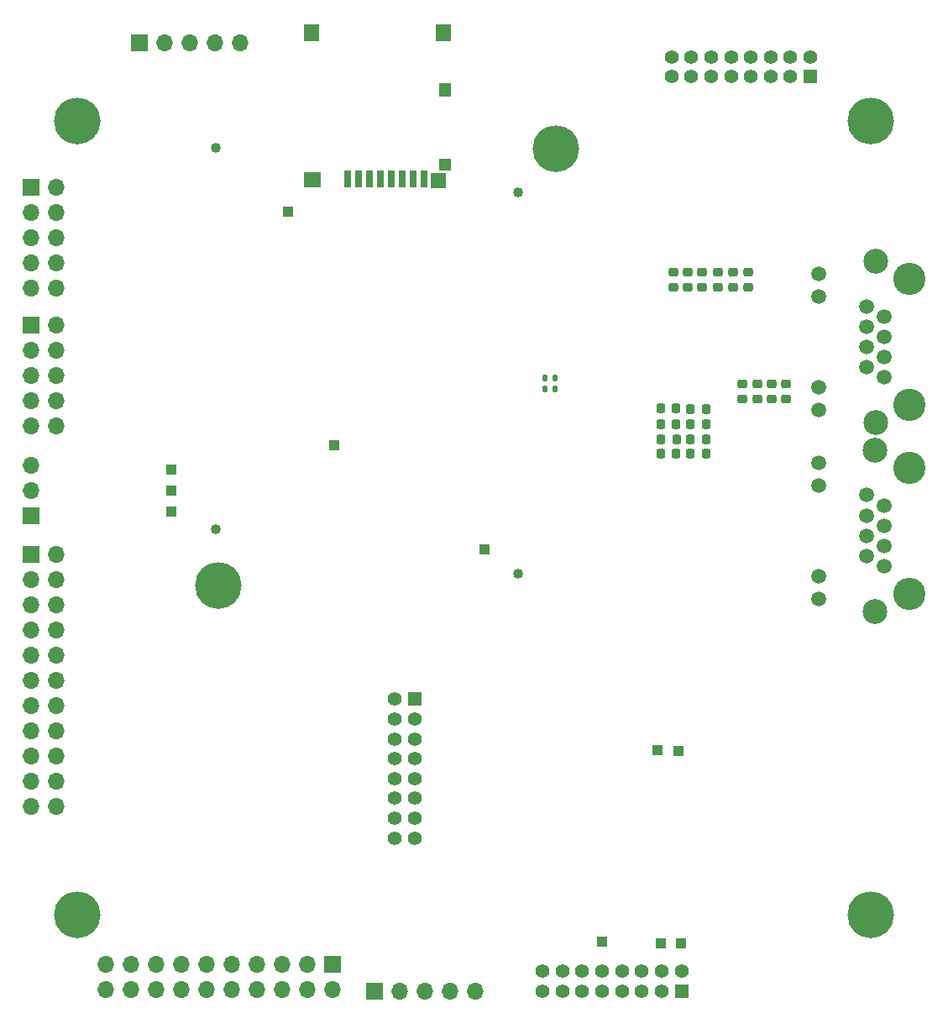
<source format=gbr>
%TF.GenerationSoftware,KiCad,Pcbnew,9.0.3*%
%TF.CreationDate,2025-07-11T15:18:27-07:00*%
%TF.ProjectId,imx8x_carrier_v1,696d7838-785f-4636-9172-726965725f76,A*%
%TF.SameCoordinates,Original*%
%TF.FileFunction,Soldermask,Bot*%
%TF.FilePolarity,Negative*%
%FSLAX46Y46*%
G04 Gerber Fmt 4.6, Leading zero omitted, Abs format (unit mm)*
G04 Created by KiCad (PCBNEW 9.0.3) date 2025-07-11 15:18:27*
%MOMM*%
%LPD*%
G01*
G04 APERTURE LIST*
G04 Aperture macros list*
%AMRoundRect*
0 Rectangle with rounded corners*
0 $1 Rounding radius*
0 $2 $3 $4 $5 $6 $7 $8 $9 X,Y pos of 4 corners*
0 Add a 4 corners polygon primitive as box body*
4,1,4,$2,$3,$4,$5,$6,$7,$8,$9,$2,$3,0*
0 Add four circle primitives for the rounded corners*
1,1,$1+$1,$2,$3*
1,1,$1+$1,$4,$5*
1,1,$1+$1,$6,$7*
1,1,$1+$1,$8,$9*
0 Add four rect primitives between the rounded corners*
20,1,$1+$1,$2,$3,$4,$5,0*
20,1,$1+$1,$4,$5,$6,$7,0*
20,1,$1+$1,$6,$7,$8,$9,0*
20,1,$1+$1,$8,$9,$2,$3,0*%
G04 Aperture macros list end*
%ADD10O,1.700000X1.700000*%
%ADD11R,1.700000X1.700000*%
%ADD12C,1.400000*%
%ADD13R,1.400000X1.400000*%
%ADD14C,1.016000*%
%ADD15C,2.500000*%
%ADD16C,1.520000*%
%ADD17C,3.250000*%
%ADD18R,1.000000X1.000000*%
%ADD19C,4.700000*%
%ADD20RoundRect,0.225000X0.250000X-0.225000X0.250000X0.225000X-0.250000X0.225000X-0.250000X-0.225000X0*%
%ADD21RoundRect,0.225000X-0.225000X-0.250000X0.225000X-0.250000X0.225000X0.250000X-0.225000X0.250000X0*%
%ADD22RoundRect,0.135000X0.135000X0.185000X-0.135000X0.185000X-0.135000X-0.185000X0.135000X-0.185000X0*%
%ADD23RoundRect,0.225000X0.225000X0.250000X-0.225000X0.250000X-0.225000X-0.250000X0.225000X-0.250000X0*%
%ADD24RoundRect,0.225000X-0.250000X0.225000X-0.250000X-0.225000X0.250000X-0.225000X0.250000X0.225000X0*%
%ADD25R,0.800000X1.680000*%
%ADD26R,1.290000X1.400000*%
%ADD27R,1.290000X1.300000*%
%ADD28R,1.600000X1.500000*%
%ADD29R,1.700000X1.500000*%
%ADD30R,1.500000X1.700000*%
G04 APERTURE END LIST*
D10*
%TO.C,J5*%
X71215000Y-135375000D03*
X71215000Y-132835000D03*
X73755000Y-135375000D03*
X73755000Y-132835000D03*
X76295000Y-135375000D03*
X76294999Y-132835000D03*
X78835000Y-135375000D03*
X78835000Y-132835000D03*
X81375000Y-135375000D03*
X81375000Y-132835000D03*
X83915000Y-135375000D03*
X83915000Y-132835000D03*
X86455000Y-135375000D03*
X86455000Y-132835000D03*
X88995000Y-135375000D03*
X88995001Y-132835000D03*
X91535000Y-135375000D03*
X91535000Y-132835000D03*
X94075000Y-135375000D03*
D11*
X94075000Y-132835000D03*
%TD*%
D12*
%TO.C,CN1*%
X115224800Y-133467600D03*
X115224800Y-135467600D03*
X117224800Y-133467600D03*
X117224800Y-135467600D03*
X119224800Y-133467600D03*
X119224800Y-135467600D03*
X121224800Y-133467600D03*
X121224800Y-135467600D03*
X123224800Y-133467600D03*
X123224800Y-135467600D03*
X125224800Y-133467600D03*
X125224800Y-135467600D03*
X127224800Y-133467600D03*
X127224800Y-135467600D03*
X129224800Y-133467600D03*
D13*
X129224800Y-135467600D03*
%TD*%
D14*
%TO.C,J1*%
X112720600Y-54951800D03*
X112720600Y-93423800D03*
%TD*%
%TO.C,J4*%
X82304000Y-50464000D03*
X82304000Y-88936000D03*
%TD*%
D15*
%TO.C,RJ1*%
X148769999Y-97200000D03*
X148769999Y-80940000D03*
D16*
X143059999Y-82210000D03*
X143060000Y-84500000D03*
X143060000Y-93640000D03*
X143059999Y-95930000D03*
X147879999Y-85510000D03*
X149659999Y-86530000D03*
X147879999Y-87550000D03*
X149659999Y-88570000D03*
X147879999Y-89590000D03*
X149659999Y-90610000D03*
X147879999Y-91630000D03*
X149659999Y-92650000D03*
D17*
X152200000Y-95420000D03*
X152200000Y-82720000D03*
%TD*%
D15*
%TO.C,RJ2*%
X148799999Y-78200000D03*
X148799999Y-61940000D03*
D16*
X143089999Y-63210000D03*
X143090000Y-65500000D03*
X143090000Y-74640000D03*
X143089999Y-76930000D03*
X147909999Y-66510000D03*
X149689999Y-67530000D03*
X147909999Y-68550000D03*
X149689999Y-69570000D03*
X147909999Y-70590000D03*
X149689999Y-71610000D03*
X147909999Y-72630000D03*
X149689999Y-73650000D03*
D17*
X152230000Y-76420000D03*
X152230000Y-63720000D03*
%TD*%
D13*
%TO.C,CN3*%
X102300000Y-106075000D03*
D12*
X100300000Y-106075000D03*
X102300000Y-108075000D03*
X100300000Y-108075000D03*
X102300000Y-110075000D03*
X100300000Y-110075000D03*
X102300000Y-112075000D03*
X100300000Y-112075000D03*
X102300000Y-114075000D03*
X100300000Y-114075000D03*
X102300000Y-116075000D03*
X100300000Y-116075000D03*
X102300000Y-118075000D03*
X100300000Y-118075000D03*
X102300000Y-120075000D03*
X100300000Y-120075000D03*
%TD*%
D11*
%TO.C,J6*%
X63650000Y-68375000D03*
D10*
X66190000Y-68375000D03*
X63650000Y-70915000D03*
X66190000Y-70915000D03*
X63650000Y-73455000D03*
X66190000Y-73455000D03*
X63650000Y-75995000D03*
X66190000Y-75995000D03*
X63650000Y-78535000D03*
X66190000Y-78535000D03*
%TD*%
D11*
%TO.C,J9*%
X63650000Y-91485000D03*
D10*
X66190000Y-91485000D03*
X63650000Y-94025000D03*
X66190000Y-94025000D03*
X63650000Y-96564999D03*
X66190000Y-96565000D03*
X63650000Y-99105000D03*
X66190000Y-99105000D03*
X63650000Y-101645000D03*
X66190000Y-101645000D03*
X63650000Y-104185000D03*
X66190000Y-104185000D03*
X63650000Y-106725000D03*
X66190000Y-106725000D03*
X63650000Y-109265001D03*
X66190000Y-109265000D03*
X63650000Y-111805000D03*
X66190000Y-111805000D03*
X63650000Y-114345000D03*
X66190000Y-114345000D03*
X63650000Y-116885000D03*
X66190000Y-116885000D03*
%TD*%
D11*
%TO.C,J2*%
X74590000Y-39950000D03*
D10*
X77130000Y-39950000D03*
X79669999Y-39950000D03*
X82210000Y-39950000D03*
X84750000Y-39950000D03*
%TD*%
D18*
%TO.C,TP12*%
X77801600Y-85019800D03*
%TD*%
D19*
%TO.C,H3*%
X148318400Y-127769800D03*
%TD*%
D11*
%TO.C,J3*%
X98270000Y-135500000D03*
D10*
X100810000Y-135500000D03*
X103349999Y-135500000D03*
X105890000Y-135500000D03*
X108430000Y-135500000D03*
%TD*%
D11*
%TO.C,J8*%
X63650000Y-87625000D03*
D10*
X63650000Y-85085000D03*
X63650000Y-82545001D03*
%TD*%
D19*
%TO.C,H2*%
X148318400Y-47769800D03*
%TD*%
%TO.C,H4*%
X68318400Y-127769800D03*
%TD*%
%TO.C,H6*%
X116556000Y-50557700D03*
%TD*%
D18*
%TO.C,TP4*%
X94247600Y-80455900D03*
%TD*%
%TO.C,TP10*%
X127177800Y-130683000D03*
%TD*%
%TO.C,TP8*%
X77800000Y-82950000D03*
%TD*%
D13*
%TO.C,CN4*%
X142225000Y-43325000D03*
D12*
X142225000Y-41325000D03*
X140225000Y-43325000D03*
X140225000Y-41325000D03*
X138225000Y-43325000D03*
X138225000Y-41325000D03*
X136225000Y-43325000D03*
X136225000Y-41325000D03*
X134225000Y-43325000D03*
X134225000Y-41325000D03*
X132225000Y-43325000D03*
X132225000Y-41325000D03*
X130225000Y-43325000D03*
X130225000Y-41325000D03*
X128225000Y-43325000D03*
X128225000Y-41325000D03*
%TD*%
D18*
%TO.C,TP5*%
X89555800Y-56933100D03*
%TD*%
%TO.C,TP7*%
X77800000Y-87125000D03*
%TD*%
%TO.C,TP9*%
X129184400Y-130683000D03*
%TD*%
D19*
%TO.C,H5*%
X82545400Y-94575900D03*
%TD*%
D11*
%TO.C,J10*%
X63640000Y-54440001D03*
D10*
X66180000Y-54440001D03*
X63640000Y-56980001D03*
X66180000Y-56980001D03*
X63640000Y-59520000D03*
X66180000Y-59520001D03*
X63640000Y-62060001D03*
X66180000Y-62060001D03*
X63640000Y-64600001D03*
X66180000Y-64600001D03*
%TD*%
D18*
%TO.C,TP11*%
X121200000Y-130530000D03*
%TD*%
D19*
%TO.C,H1*%
X68318400Y-47769800D03*
%TD*%
D18*
%TO.C,TP6*%
X109375000Y-90950000D03*
%TD*%
D20*
%TO.C,C3*%
X135979999Y-64595000D03*
X135979999Y-63045000D03*
%TD*%
D18*
%TO.C,TP2*%
X128900000Y-111300000D03*
%TD*%
D20*
%TO.C,C7*%
X129866798Y-64585001D03*
X129866798Y-63035001D03*
%TD*%
D21*
%TO.C,C27*%
X130149999Y-81300000D03*
X131699999Y-81300000D03*
%TD*%
D22*
%TO.C,R94*%
X116461999Y-73728600D03*
X115442001Y-73728600D03*
%TD*%
D23*
%TO.C,C29*%
X128694999Y-76780000D03*
X127144999Y-76780000D03*
%TD*%
D20*
%TO.C,C6*%
X131333400Y-64595000D03*
X131333400Y-63045000D03*
%TD*%
%TO.C,C4*%
X134433400Y-64595000D03*
X134433400Y-63045000D03*
%TD*%
D23*
%TO.C,C28*%
X128704999Y-81350001D03*
X127154999Y-81350001D03*
%TD*%
%TO.C,C25*%
X128715000Y-79860001D03*
X127165000Y-79860001D03*
%TD*%
D24*
%TO.C,C24*%
X139799999Y-74300000D03*
X139799999Y-75850000D03*
%TD*%
%TO.C,C20*%
X135389999Y-74300000D03*
X135389999Y-75850000D03*
%TD*%
D25*
%TO.C,Card1*%
X95590000Y-53650000D03*
X96690000Y-53650000D03*
X97790000Y-53650000D03*
X98890000Y-53650000D03*
X99990001Y-53650000D03*
X101090000Y-53650000D03*
X102190000Y-53650001D03*
X103290000Y-53650000D03*
D26*
X105350000Y-44690000D03*
D27*
X105350000Y-52160000D03*
D28*
X104700001Y-53790000D03*
D29*
X92040000Y-53740000D03*
D30*
X91950000Y-38890000D03*
X105240000Y-38890000D03*
%TD*%
D24*
%TO.C,C23*%
X138319999Y-74300000D03*
X138319999Y-75850000D03*
%TD*%
D18*
%TO.C,TP1*%
X126771400Y-111201200D03*
%TD*%
D21*
%TO.C,C26*%
X130144999Y-79840000D03*
X131694999Y-79840000D03*
%TD*%
D20*
%TO.C,C5*%
X132876798Y-64595001D03*
X132876798Y-63045001D03*
%TD*%
D22*
%TO.C,R96*%
X116459999Y-74770000D03*
X115440001Y-74770000D03*
%TD*%
D21*
%TO.C,C31*%
X130139999Y-76840000D03*
X131689999Y-76840000D03*
%TD*%
D23*
%TO.C,C30*%
X128695000Y-78330002D03*
X127145000Y-78330002D03*
%TD*%
D24*
%TO.C,C19*%
X136849999Y-74300000D03*
X136849999Y-75850000D03*
%TD*%
D20*
%TO.C,C8*%
X128396799Y-64581803D03*
X128396799Y-63031803D03*
%TD*%
D21*
%TO.C,C32*%
X130144999Y-78360000D03*
X131694999Y-78360000D03*
%TD*%
M02*

</source>
